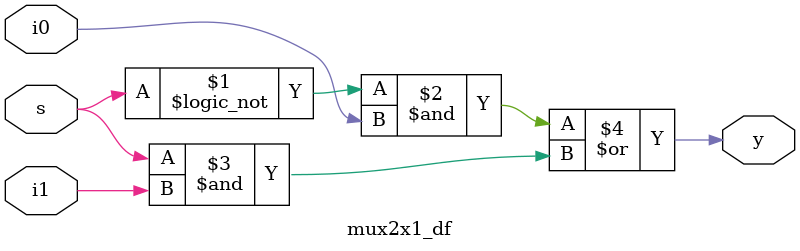
<source format=v>

module mux2x1_df(
input i0,i1,s,
output y);

assign y=(!s & i0) | (s & i1);

endmodule

</source>
